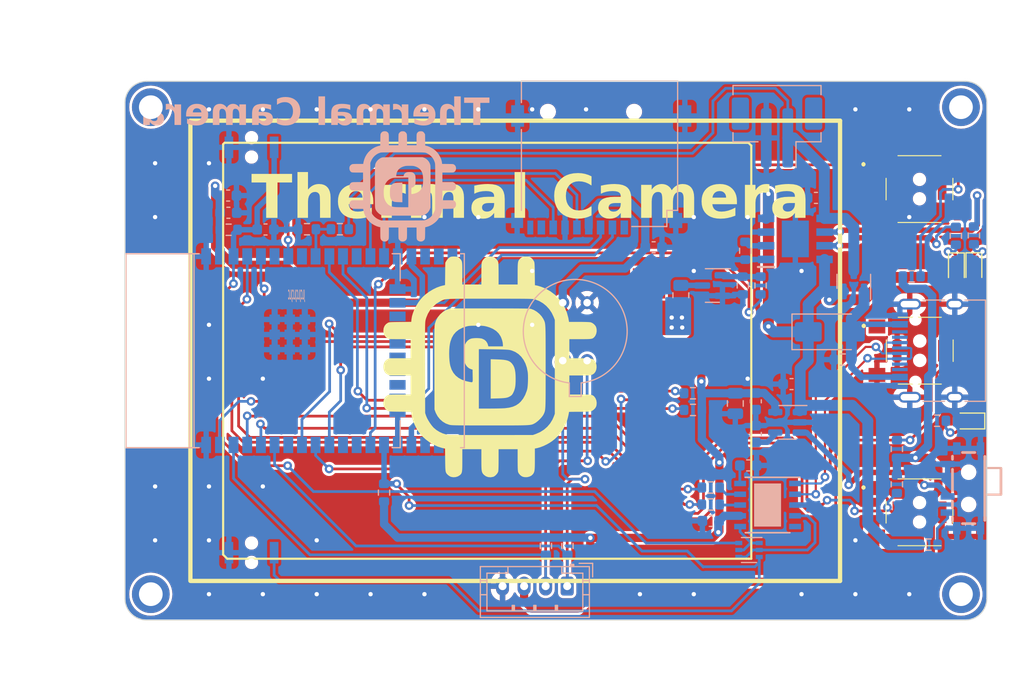
<source format=kicad_pcb>
(kicad_pcb (version 20221018) (generator pcbnew)
  (layers (0 "F.Cu" signal) (31 "B.Cu" signal) (34 "B.Paste" user) (35 "F.Paste" user) (36 "B.SilkS" user "B.Silkscreen") (37 "F.SilkS" user "F.Silkscreen") (38 "B.Mask" user) (39 "F.Mask" user) (44 "Edge.Cuts" user))
  (net 0 "")
  (net 1 "VBUS")
  (net 2 "GND")
  (net 3 "Net-(U3-BP)")
  (net 4 "+3V3")
  (net 5 "+BATT")
  (net 6 "Net-(U4-V3)")
  (net 7 "/EN")
  (net 8 "+5V")
  (net 9 "Net-(IC1-PROG)")
  (net 10 "Net-(IC1-~{STDBY})")
  (net 11 "Net-(IC1-~{CHRG})")
  (net 13 "/D+")
  (net 14 "/D-")
  (net 18 "/IO26")
  (net 19 "/IO18")
  (net 20 "/IO25")
  (net 21 "/IO5")
  (net 22 "/IO23")
  (net 23 "/IO19")
  (net 24 "/LEDK")
  (net 29 "/IO21")
  (net 30 "/IO22")
  (net 31 "Net-(LED1-A)")
  (net 32 "Net-(LED2-K)")
  (net 33 "Net-(LED3-K)")
  (net 34 "Net-(Q1-E)")
  (net 35 "Net-(Q1-C)")
  (net 36 "/ADC_BAT")
  (net 37 "/LDO_H")
  (net 38 "/TX")
  (net 39 "Net-(U4-RXD)")
  (net 40 "/RX")
  (net 41 "Net-(U4-TXD)")
  (net 42 "/IO0")
  (net 43 "/IO4")
  (net 44 "/IO35")
  (net 45 "/IO36")
  (net 46 "/IO39")
  (net 48 "/IO15")
  (net 49 "/IO13")
  (net 50 "/IO14")
  (net 51 "/IO12")
  (net 54 "LDO_EN")
  (net 55 "/DTR")
  (net 57 "/RTS")
  (net 59 "/IO34")
  (net 60 "/IO32")
  (net 61 "/IO27")
  (net 62 "/IO2")
  (footprint "lib:PTS645SL43SMTR92LFS" (layer "F.Cu") (at 190.3 62.0225)
    (fp_text reference "SW2" hide)
    (fp_text value "SW_SPST" hide)
  )
  (footprint "2_4_LCD:24LCDILI9341" (layer "F.Cu") (at 165.194 70.8345 180)
    (fp_text reference "J3" hide)
    (fp_text value "Conn_01x18_Socket" hide)
  )
  (footprint "3x4x2:Tactile 3x4x2mm TS-A010" (layer "F.Cu") (at 190.3 92.0225)
    (fp_text reference "SW6" hide)
    (fp_text value "TS-1088R-02526 ")
  )
  (footprint "MountingHole:MountingHole_2.2mm_M2_ISO7380_Pad" (layer "F.Cu") (at 118.95 99.6225)
    (fp_text reference "H3" hide)
    (fp_text value "MountingHole")
  )
  (footprint "LED_SMD:LED_0603_1608Metric" (layer "F.Cu") (at 195.35 69.4225 -90)
    (fp_text reference "LED3" hide)
    (fp_text value "CHG")
  )
  (footprint "MountingHole:MountingHole_2.2mm_M2_ISO7380_Pad" (layer "F.Cu") (at 194.15 54.4225)
    (fp_text reference "H1" hide)
    (fp_text value "MountingHole")
  )
  (footprint "MountingHole:MountingHole_2.2mm_M2_ISO7380_Pad" (layer "F.Cu") (at 194.15 99.6225)
    (fp_text reference "H4" hide)
    (fp_text value "MountingHole")
  )
  (footprint "MountingHole:MountingHole_2.2mm_M2_ISO7380_Pad" (layer "F.Cu") (at 118.95 54.4225)
    (fp_text reference "H2" hide)
    (fp_text value "MountingHole")
  )
  (footprint "LED_SMD:LED_0603_1608Metric" (layer "F.Cu") (at 194.875 83.5475 180)
    (fp_text reference "LED1" hide)
    (fp_text value "POW_LED")
  )
  (footprint "lib:PTS645SL43SMTR92LFS" (layer "F.Cu") (at 190.325 77.0225)
    (fp_text reference "SW2" hide)
    (fp_text value "SW_SPST" hide)
  )
  (footprint "lib:PTS645SL43SMTR92LFS" (layer "F.Cu") (at 190.3 92.0225)
    (fp_text reference "SW2" hide)
    (fp_text value "SW_SPST" hide)
  )
  (footprint "LED_SMD:LED_0603_1608Metric" (layer "F.Cu") (at 193.725 69.435 -90)
    (fp_text reference "LED2" hide)
    (fp_text value "CHG")
  )
  (footprint "3x4x2:Tactile 3x4x2mm TS-A010" (layer "F.Cu") (at 190.3 62.0225 180)
    (fp_text reference "SW4" hide)
    (fp_text value "TS-1088R-02526 ")
  )
  (footprint "3x4x2:Tactile 3x4x2mm TS-A010" (layer "F.Cu") (at 190.325 77.0225 180)
    (fp_text reference "SW5" hide)
    (fp_text value "TS-1088R-02526 ")
  )
  (footprint "LOGO" (layer "F.Cu") (at 150.5 78.5225)
    (fp_text reference "G***" hide)
    (fp_text value "LOGO" hide)
  )
  (footprint "Capacitor_SMD:C_0603_1608Metric" (layer "B.Cu") (at 180.688 62.8425 180)
    (fp_text reference "C5" hide)
    (fp_text value "10uF")
  )
  (footprint "Espressif:ESP32-WROOM-32E" (layer "B.Cu") (at 131.1 77.0225 -90)
    (fp_text reference "U7" hide)
    (fp_text value "ESP32-WROOM-E")
  )
  (footprint "Resistor_SMD:R_0603_1608Metric" (layer "B.Cu") (at 188.2 86.1475 -90)
    (fp_text reference "R17" hide)
    (fp_text value "4.7k")
  )
  (footprint "Capacitor_SMD:C_0603_1608Metric" (layer "B.Cu") (at 129.6 65.7725)
    (fp_text reference "C10" hide)
    (fp_text value "0.1uf")
  )
  (footprint "Resistor_SMD:R_0603_1608Metric" (layer "B.Cu") (at 183.175 77.8475 180)
    (fp_text reference "U1" hide)
    (fp_text value "100K")
  )
  (footprint "LOGO" (layer "B.Cu") (at 142.3 61.7725 180)
    (fp_text reference "G***" hide)
    (fp_text value "LOGO" hide)
  )
  (footprint "Package_TO_SOT_SMD:SOT-363_SC-70-6" (layer "B.Cu") (at 174.475 95.5225 180)
    (fp_text reference "U5" hide)
    (fp_text value "DDC114TU-7-F")
  )
  (footprint "Connector_JST:JST_PH_B4B-PH-K_1x04_P2.00mm_Vertical" (layer "B.Cu") (at 157.6 98.8725 180)
    (fp_text reference "J4" hide)
    (fp_text value "Stemma")
  )
  (footprint "Resistor_SMD:R_0603_1608Metric" (layer "B.Cu") (at 175.55 70.9725 -90)
    (fp_text reference "R13" hide)
    (fp_text value "1k")
  )
  (footprint "3x4x2:Tactile 3x4x2mm TS-A010" (layer "B.Cu") (at 128.3 95.7725 180)
    (fp_text reference "SW2" hide)
    (fp_text value "TS-1088R-02526 ")
  )
  (footprint "Connector_USB:USB_C_Receptacle_HRO_TYPE-C-31-M-12" (layer "B.Cu") (at 192.525 77.0225 -90)
    (fp_text reference "J1" hide)
    (fp_text value "USB_C_Receptacle_USB2.0")
  )
  (footprint "Resistor_SMD:R_0603_1608Metric" (layer "B.Cu") (at 173.9 70.9725 90)
    (fp_text reference "R14" hide)
    (fp_text value "10k")
  )
  (footprint "Resistor_SMD:R_0603_1608Metric" (layer "B.Cu") (at 155.625 95.1475 90)
    (fp_text reference "R19" hide)
    (fp_text value "4.7k")
  )
  (footprint "ESP32_TouchDown_lib:slide switch spdt" (layer "B.Cu") (at 194.4365 89.7975 -90)
    (fp_text reference "SW1" hide)
    (fp_text value "K3-1280S-F1 ")
  )
  (footprint "Resistor_SMD:R_0603_1608Metric" (layer "B.Cu") (at 133.45 65.7475 180)
    (fp_text reference "R5" hide)
    (fp_text value "100K")
  )
  (footprint "Capacitor_SMD:C_0603_1608Metric" (layer "B.Cu") (at 126.15 64.2225)
    (fp_text reference "C9" hide)
    (fp_text value "1uf")
  )
  (footprint "Resistor_SMD:R_0603_1608Metric" (layer "B.Cu") (at 126.175 65.7975 180)
    (fp_text reference "R9" hide)
    (fp_text value "10k")
  )
  (footprint "Resistor_SMD:R_0603_1608Metric" (layer "B.Cu") (at 169.275 80.9725)
    (fp_text reference "R12" hide)
    (fp_text value "10k")
  )
  (footprint "Capacitor_SMD:C_0603_1608Metric" (layer "B.Cu") (at 178.425 80.1225 180)
    (fp_text reference "C1" hide)
    (fp_text value "10u")
  )
  (footprint "Resistor_SMD:R_0603_1608Metric" (layer "B.Cu") (at 170.925 89.7225)
    (fp_text reference "R7" hide)
    (fp_text value "1K")
  )
  (footprint "Capacitor_SMD:C_0805_2012Metric" (layer "B.Cu") (at 173.205478 81.9225 -90)
    (fp_text reference "C3" hide)
    (fp_text value "2.2uF")
  )
  (footprint "Resistor_SMD:R_0603_1608Metric" (layer "B.Cu") (at 189.575 70.1225 180)
    (fp_text reference "R16" hide)
    (fp_text value "4.7k")
  )
  (footprint "tp4056:SOIC127P600X175-9N" (layer "B.Cu") (at 178.775 66.6475)
    (fp_text reference "IC1" hide)
    (fp_text value "TP4056" hide)
  )
  (footprint "Resistor_SMD:R_0603_1608Metric" (layer "B.Cu") (at 136.5 65.7475 180)
    (fp_text reference "R4" hide)
    (fp_text value "100K")
  )
  (footprint "Resistor_SMD:R_0603_1608Metric" (layer "B.Cu") (at 195.35 66.3225 90)
    (fp_text reference "R3" hide)
    (fp_text value "1.3K")
  )
  (footprint "Connector_JST:JST_PH_B2B-PH-SM4-TB_1x02-1MP_P2.00mm_Vertical" (layer "B.Cu") (at 177.075 56.7725 180)
    (fp_text reference "J2" hide)
    (fp_text value " B2B-PH-SM4-TB(LF)(SN) ")
  )
  (footprint "Resistor_SMD:R_0603_1608Metric" (layer "B.Cu") (at 191.15 95.0225)
    (fp_text reference "R6" hide)
    (fp_text value "100K")
  )
  (footprint "Capacitor_SMD:C_0603_1608Metric" (layer "B.Cu") (at 174.4 87.6725 180)
    (fp_text reference "C6" hide)
    (fp_text value "0.1uf")
  )
  (footprint "Package_TO_SOT_SMD:SOT-23" (layer "B.Cu") (at 184.2 70.585 90)
    (fp_text reference "U2" hide)
    (fp_text value "DMG3415U-7")
  )
  (footprint "Resistor_SMD:R_0603_1608Metric" (layer "B.Cu") (at 169.275 82.5225)
    (fp_text reference "R11" hide)
    (fp_text value "10k")
  )
  (footprint "3x4x2:Tactile 3x4x2mm TS-A010" (layer "B.Cu") (at 128.3 58.1475 180)
    (fp_text reference "SW3" hide)
    (fp_text value "TS-1088R-02526 ")
  )
  (footprint "Resistor_SMD:R_0603_1608Metric" (layer "B.Cu") (at 193.675 66.36 90)
    (fp_text reference "R2" hide)
    (fp_text value "1.3K")
  )
  (footprint "Capacitor_SMD:C_0603_1608Metric" (layer "B.Cu") (at 170.925 92.8225)
    (fp_text reference "C7" hide)
    (fp_text value "0.1UF")
  )
  (footprint "Resistor_SMD:R_0805_2012Metric" (layer "B.Cu") (at 168.15 71.8725 90)
    (fp_text reference "R15" hide)
    (fp_text value "10R")
  )
  (footprint "Espressif:ESP32-WROVER-E" (layer "B.Cu") (at 132.345 77.0225 -90)
    (fp_text reference "U6" hide)
    (fp_text value "ESP32-WROVER-E")
  )
  (footprint "Diode_SMD:D_SMA" (layer "B.Cu") (at 181.975 75.2725)
    (fp_text reference "D1" hide)
    (fp_text value "SS34")
  )
  (footprint "Package_TO_SOT_SMD:SOT-23" (layer "B.Cu") (at 171.075 70.9725 180)
    (fp_text reference "Q1" hide)
    (fp_text value "S8050")
  )
  (footprint "Resistor_SMD:R_0603_1608Metric" (layer "B.Cu") (at 170.925 91.2975)
    (fp_text reference "R8" hide)
    (fp_text value "1K")
  )
  (footprint "Resistor_SMD:R_0603_1608Metric" (layer "B.Cu") (at 188.2 89.4225 90)
    (fp_text reference "R18" hide)
    (fp_text value "4.7k")
  )
  (footprint "Resistor_SMD:R_0603_1608Metric" (layer "B.Cu") (at 191.925 83.5225 180)
    (fp_text reference "R1" hide)
    (fp_text value "470R")
  )
  (footprint "ch340k:ESSOP-10_3.9x4.9mm_P1.00mm" (layer "B.Cu") (at 176.2 91.3475 180)
    (fp_text reference "U4" hide)
    (fp_text value "ch340k")
  )
  (footprint "Capacitor_SMD:C_0603_1608Metric" (layer "B.Cu") (at 175.105478 84.7475 90)
    (fp_text reference "C2" hide)
    (fp_text value "470pF")
  )
  (footprint "MLX90640:MLX90640" (layer "B.Cu") (at 156.55 77.0225 45)
    (fp_text reference "U8" hide)
    (fp_text value "MLX90640")
  )
  (footprint "Resistor_SMD:R_0603_1608Metric" (layer "B.Cu") (at 174.125 67.7475 -90)
    (fp_text reference "Rprog1" hide)
    (fp_text value "3.3K")
  )
  (footprint "Capacitor_SMD:C_0603_1608Metric" (layer "B.Cu") (at 175.105478 81.7225 -90)
    (fp_text reference "C4" hide)
    (fp_text value "10u")
  )
  (footprint "Resistor_SMD:R_0603_1608Metric" (layer "B.Cu") (at 140.6 90.1975 -90)
    (fp_text reference "R10" hide)
    (fp_text value "10k")
  )
  (footprint "Resistor_SMD:R_0603_1608Metric" (layer "B.Cu") (at 157.625 95.1475 90)
    (fp_text reference "R20" hide)
    (fp_text value "4.7k")
  )
  (footprint "Package_TO_SOT_SMD:SOT-23-5" (layer "B.Cu") (at 178.05 83.6725 180)
    (fp_text reference "U3" hide)
    (fp_text value "MIC5219-3.3YM5")
  )
  (footprint "Capacitor_SMD:C_0603_1608Metric" (layer "B.Cu") (at 126.125 62.6225)
    (fp_text reference "C8" hide)
    (fp_text value "10uf")
  )
  (footprint "Capacitor_SMD:C_0603_1608Metric" (layer "B.Cu") (at 165.625 67.4225)
    (fp_text reference "C11" hide)
    (fp_text value "0.1uf")
  )
  (footprint "2_4_LCD:microSD_TF-01A-C91145" (layer "B.Cu") (at 160.1 58.7475)
    (fp_text reference "SD1" hide)
    (fp_text value "microSD_TF-01A")
  )
  (gr_arc (start 194.55 52.0225) (mid 195.964214 52.608286) (end 196.55 54.0225) (stroke (width 0.1)) (layer "Edge.Cuts"))
  (gr_line (start 194.55 102.0225) (end 118.55 102.0225) (stroke (width 0.1)) (layer "Edge.Cuts"))
  (gr_arc (start 116.55 54.0225) (mid 117.135786 52.608286) (end 118.55 52.0225) (stroke (width 0.1)) (layer "Edge.Cuts"))
  (gr_line (start 118.55 52.0225) (end 194.55 52.0225) (stroke (width 0.1)) (layer "Edge.Cuts"))
  (gr_arc (start 196.55 100.0225) (mid 195.964214 101.436714) (end 194.55 102.0225) (stroke (width 0.1)) (layer "Edge.Cuts"))
  (gr_line (start 196.55 54.0225) (end 196.55 100.0225) (stroke (width 0.1)) (layer "Edge.Cuts"))
  (gr_arc (start 118.55 102.0225) (mid 117.135786 101.436714) (end 116.55 100.0225) (stroke (width 0.1)) (layer "Edge.Cuts"))
  (gr_line (start 116.55 100.0225) (end 116.55 54.0225) (stroke (width 0.1)) (layer "Edge.Cuts"))
  (gr_text "Thermal Camera" (at 150.4 56.4975) (layer "B.SilkS") (effects (font (size 2.5 2.5) (thickness 0.2) bold) (justify left bottom mirror)))
  (gr_text "JLCJLCJLCJLC" (at 133.25 72.4225) (layer "B.SilkS") (effects (font (size 0.9 0.16) (thickness 0.032) bold) (justify left bottom mirror)))
  (gr_text "Thermal Camera" (at 128.275 65.3725) (layer "F.SilkS") (effects (font (size 4 4) (thickness 0.2) bold) (justify left bottom)))
  (segment (start 195.3375 70.2225) (end 195.35 70.21) (width 1.016) (layer "F.Cu") (net 1))
  (segment (start 187.25 70.2225) (end 193.725 70.2225) (width 1.016) (layer "F.Cu") (net 1))
  (segment (start 193.725 70.2225) (end 195.3375 70.2225) (width 1.016) (layer "F.Cu") (net 1))
  (segment (start 185.175 72.2975) (end 187.25 70.2225) (width 1.016) (layer "F.Cu") (net 1))
  (segment (start 176.275 74.7725) (end 176.275 62.4725) (width 1.016) (layer "F.Cu") (net 1))
  (segment (start 181.925 72.2975) (end 185.175 72.2975) (width 1.016) (layer "F.Cu") (net 1))
  (via (at 176.275 74.7725) (size 0.8) (drill 0.4) (layers "F.Cu" "B.Cu") (net 1))
  (via (at 176.275 62.4725) (size 0.8) (drill 0.4) (layers "F.Cu" "B.Cu") (net 1))
  (via (at 181.925 72.2975) (size 0.8) (drill 0.4) (layers "F.Cu" "B.Cu") (net 1))
  (segment (start 182.7 71.5225) (end 181.925 72.2975) (width 1.016) (layer "B.Cu") (net 1))
  (segment (start 183.25 71.5225) (end 182.7 71.5225) (width 1.016) (layer "B.Cu") (net 1))
  (segment (start 179.975 75.2725) (end 179.975 77.9225) (width 1.016) (layer "B.Cu") (net 1))
  (segment (start 179.975 75.2725) (end 176.775 75.2725) (width 1.016) (layer "B.Cu") (net 1))
  (segment (start 176.275 62.4725) (end 176.275 64.5305) (width 1.016) (layer "B.Cu") (net 1))
  (segment (start 185.5 83.5475) (end 185.5 93.0725) (width 1.016) (layer "B.Cu") (net 1))
  (segment (start 184.05 82.0975) (end 185.5 83.5475) (width 1.016) (layer "B.Cu") (net 1))
  (segment (start 179.1875 82.585) (end 179.675 82.0975) (width 1.016) (layer "B.Cu") (net 1))
  (segment (start 179.975 77.9225) (end 179.225 78.6725) (width 1.016) (layer "B.Cu") (net 1))
  (segment (start 179.975 72.7225) (end 180.0375 72.66) (width 1.016) (layer "B.Cu") (net 1))
  (segment (start 176.775 75.2725) (end 176.275 74.7725) (width 1.016) (layer "B.Cu") (net 1))
  (segment (start 176.275 64.5305) (end 176.063 64.7425) (width 1.016) (layer "B.Cu") (net 1))
  (segment (start 179.225 78.6725) (end 179.225 82.5475) (width 1.016) (layer "B.Cu") (net 1))
  (segment (start 181.487 71.2105) (end 179.975 72.7225) (width 1.016) (layer "B.Cu") (net 1))
  (segment (start 180.0375 72.66) (end 181.175 71.5225) (width 1.016) (layer "B.Cu") (net 1))
  (segment (start 179.675 82.0975) (end 184.05 82.0975) (width 1.016) (layer "B.Cu") (net 1))
  (segment (start 179.225 82.5475) (end 179.1875 82.585) (width 1.016) (layer "B.Cu") (net 1))
  (segment (start 179.975 75.2725) (end 179.975 72.7225) (width 1.016) (layer "B.Cu") (net 1))
  (segment (start 187.45 95.0225) (end 190.325 95.0225) (width 1.016) (layer "B.Cu") (net 1))
  (segment (start 181.487 68.5525) (end 181.487 71.2105) (width 1.016) (layer "B.Cu") (net 1))
  (segment (start 185.5 93.0725) (end 187.45 95.0225) (width 1.016) (layer "B.Cu") (net 1))
  (segment (start 181.175 71.5225) (end 183.25 71.5225) (width 1.016) (layer "B.Cu") (net 1))
  (via (at 119.35 94.6225) (size 0.8) (drill 0.4) (layers "F.Cu" "B.Cu") (net 2))
  (via (at 179.35 99.6225) (size 0.8) (drill 0.4) (layers "F.Cu" "B.Cu") (net 2))
  (via (at 119.35 59.6225) (size 0.8) (drill 0.4) (layers "F.Cu" "B.Cu") (net 2))
  (via (at 159.35 54.6225) (size 0.8) (drill 0.4) (layers "F.Cu" "B.Cu") (net 2))
  (via (at 129.35 99.6225) (size 0.8) (drill 0.4) (layers "F.Cu" "B.Cu") (net 2))
  (via (at 134.35 94.6225) (size 0.8) (drill 0.4) (layers "F.Cu" "B.Cu") (net 2))
  (via (at 124.35 94.6225) (size 0.8) (drill 0.4) (layers "F.Cu" "B.Cu") (net 2))
  (via (at 139.35 54.6225) (size 0.8) (drill 0.4) (layers "F.Cu" "B.Cu") (net 2))
  (via (at 124.35 99.6225) (size 0.8) (drill 0.4) (layers "F.Cu" "B.Cu") (net 2))
  (via (at 119.35 89.6225) (size 0.8) (drill 0.4) (layers "F.Cu" "B.Cu") (net 2))
  (via (at 144.35 54.6225) (size 0.8) (drill 0.4) (layers "F.Cu" "B.Cu") (net 2))
  (via (at 169.35 99.6225) (size 0.8) (drill 0.4) (layers "F.Cu" "B.Cu") (net 2))
  (via (at 149.35 74.6225) (size 0.8) (drill 0.4) (layers "F.Cu" "B.Cu") (net 2))
  (via (at 174.35 64.6225) (size 0.8) (drill 0.4) (layers "F.Cu" "B.Cu") (net 2))
  (via (at 154.35 69.6225) (size 0.8) (drill 0.4) (layers "F.Cu" "B.Cu") (net 2))
  (via (at 129.35 54.6225) (size 0.8) (drill 0.4) (layers "F.Cu" "B.Cu") (net 2))
  (via (at 144.35 64.6225) (size 0.8) (drill 0.4) (layers "F.Cu" "B.Cu") (net 2))
  (via (at 139.35 99.6225) (size 0.8) (drill 0.4) (layers "F.Cu" "B.Cu") (net 2))
  (via (at 124.35 59.6225) (size 0.8) (drill 0.4) (layers "F.Cu" "B.Cu") (net 2))
  (via (at 119.35 64.6225) (size 0.8) (drill 0.4) (layers "F.Cu" "B.Cu") (net 2))
  (via (at 184.35 54.6225) (size 0.8) (drill 0.4) (layers "F.Cu" "B.Cu") (net 2))
  (via (at 129.35 89.6225) (size 0.8) (drill 0.4) (layers "F.Cu" "B.Cu") (net 2))
  (via (at 124.35 79.6225) (size 0.8) (drill 0.4) (layers "F.Cu" "B.Cu") (net 2))
  (via (at 149.35 54.6225) (size 0.8) (drill 0.4) (layers "F.Cu" "B.Cu") (net 2))
  (via (at 169.35 69.6225) (size 0.8) (drill 0.4) (layers "F.Cu" "B.Cu") (net 2))
  (via (at 154.35 54.6225) (size 0.8) (drill 0.4) (layers "F.Cu" "B.Cu") (net 2))
  (via (at 184.35 99.6225) (size 0.8) (drill 0.4) (layers "F.Cu" "B.Cu") (net 2))
  (via (at 124.35 54.6225) (size 0.8) (drill 0.4) (layers "F.Cu" "B.Cu") (net 2))
  (via (at 134.35 54.6225) (size 0.8) (drill 0.4) (layers "F.Cu" "B.Cu") (net 2))
  (via (at 154.35 74.6225) (size 0.8) (drill 0.4) (layers "F.Cu" "B.Cu") (net 2))
  (via (at 184.35 94.6225) (size 0.8) (drill 0.4) (layers "F.Cu" "B.Cu") (net 2))
  (via (at 189.35 54.6225) (size 0.8) (drill 0.4) (layers "F.Cu" "B.Cu") (net 2))
  (via (at 144.35 99.6225) (size 0.8) (drill 0.4) (layers "F.Cu" "B.Cu") (net 2))
  (via (at 164.35 99.6225) (size 0.8) (drill 0.4) (layers "F.Cu" "B.Cu") (net 2))
  (via (at 169.35 64.6225) (size 0.8) (drill 0.4) (layers "F.Cu" "B.Cu") (net 2))
  (via (at 189.35 99.6225) (size 0.8) (drill 0.4) (layers "F.Cu" "B.Cu") (net 2))
  (via (at 124.35 74.6225) (size 0.8) (drill 0.4) (layers "F.Cu" "B.Cu") (net 2))
  (via (at 124.35 89.6225) (size 0.8) (drill 0.4) (layers "F.Cu" "B.Cu") (net 2))
  (via (at 189.35 64.6225) (size 0.8) (drill 0.4) (layers "F.Cu" "B.Cu") (net 2))
  (via (at 134.35 99.6225) (size 0.8) (drill 0.4) (layers "F.Cu" "B.Cu") (net 2))
  (via (at 149.35 64.6225) (size 0.8) (drill 0.4) (layers "F.Cu" "B.Cu") (net 2))
  (via (at 179.35 69.6225) (size 0.8) (drill 0.4) (layers "F.Cu" "B.Cu") (net 2))
  (via (at 174.35 79.6225) (size 0.8) (drill 0.4) (layers "F.Cu" "B.Cu") (net 2))
  (via (at 129.35 79.6225) (size 0.8) (drill 0.4) (layers "F.Cu" "B.Cu") (net 2))
  (segment (start 176.175 85.5225) (end 175.105478 85.5225) (width 0.508) (layer "B.Cu") (net 3))
  (segment (start 176.9125 84.785) (end 176.175 85.5225) (width 0.508) (layer "B.Cu") (net 3))
  (segment (start 176.9125 84.6225) (end 176.9125 84.785) (width 0.508) (layer "B.Cu") (net 3))
  (segment (start 165.194 75.9785) (end 165.194 76.4475) (width 0.762) (layer "F.Cu") (net 4))
  (segment (start 124.925 67.3725) (end 126.6 69.0475) (width 0.762) (layer "F.Cu") (net 4))
  (segment (start 171.625 93.8725) (end 171.1 94.3975) (width 0.762) (layer "F.Cu") (net 4))
  (segment (start 131.375 69.0475) (end 134.895227 72.567727) (width 0.762) (layer "F.Cu") (net 4))
  (segment (start 192.05 88.0225) (end 191 86.9725) (width 0.762) (layer "F.Cu") (net 4))
  (segment (start 170.05 78.1475) (end 170.05 79.8725) (width 0.762) (layer "F.Cu") (net 4))
  (segment (start 171.1 94.3975) (end 159.75 94.3975) (width 0.762) (layer "F.Cu") (net 4))
  (segment (start 159.75 99.7475) (end 158.55 100.9475) (width 0.762) (layer "F.Cu") (net 4))
  (segment (start 165.194 76.4475) (end 165.119 76.3725) (width 0.762) (layer "F.Cu") (net 4))
  (segment (start 154.325 100.9475) (end 153.6 100.2225) (width 0.762) (layer "F.Cu") (net 4))
  (segment (start 165.269 76.3725) (end 168.275 76.3725) (width 0.762) (layer "F.Cu") (net 4))
  (segment (start 157.186396 73.258896) (end 157.186396 72.567727) (width 0.762) (layer "F.Cu") (net 4))
  (segment (start 160.775 98.4725) (end 190.25 98.4725) (width 0.762) (layer "F.Cu") (net 4))
  (segment (start 171.725 87.3975) (end 171.725 93.7725) (width 0.762) (layer "F.Cu") (net 4))
  (segment (start 168.275 76.3725) (end 170.05 78.1475) (width 0.762) (layer "F.Cu") (net 4))
  (segment (start 161.025 74.2225) (end 158.15 74.2225) (width 0.762) (layer "F.Cu") (net 4))
  (segment (start 153.6 100.2225) (end 153.6 98.8725) (width 0.762) (layer "F.Cu") (net 4))
  (segment (start 163.175 76.3725) (end 161.025 74.2225) (width 0.762) (layer "F.Cu") (net 4))
  (segment (start 159.75 94.3975) (end 159.75 97.4475) (width 0.762) (layer "F.Cu") (net 4))
  (segment (start 171.725 93.7725) (end 171.625 93.8725) (width 0.762) (layer "F.Cu") (net 4))
  (segment (start 124.925 61.7225) (end 124.925 67.3725) (width 0.762) (layer "F.Cu") (net 4))
  (segment (start 134.895227 72.567727) (end 157.186396 72.567727) (width 0.762) (layer "F.Cu") (net 4))
  (segment (start 190.25 98.4725) (end 191.35 97.3725) (width 0.762) (layer "F.Cu") (net 4))
  (segment (start 191.35 90.7645) (end 192.05 90.0645) (width 0.762) (layer "F.Cu") (net 4))
  (segment (start 159.75 94.3975) (end 159.75 99.7475) (width 0.762) (layer "F.Cu") (net 4))
  (segment (start 192.05 90.0645) (end 192.05 88.0225) (width 0.762) (layer "F.Cu") (net 4))
  (segment (start 165.194 76.4475) (end 165.194 76.7785) (width 0.762) (layer "F.Cu") (net 4))
  (segment (start 191.35 97.3725) (end 191.35 90.7645) (width 0.762) (layer "F.Cu") (net 4))
  (segment (start 191 86.9725) (end 189.925 86.9725) (width 0.762) (layer "F.Cu") (net 4))
  (segment (start 126.6 69.0475) (end 131.375 69.0475) (width 0.762) (layer "F.Cu") (net 4))
  (segment (start 165.119 76.3725) (end 163.175 76.3725) (width 0.762) (layer "F.Cu") (net 4))
  (segment (start 165.194 76.4475) (end 165.269 76.3725) (width 0.762) (layer "F.Cu") (net 4))
  (segment (start 159.75 97.4475) (end 160.775 98.4725) (width 0.762) (layer "F.Cu") (net 4))
  (segment (start 158.15 74.2225) (end 157.186396 73.258896) (width 0.762) (layer "F.Cu") (net 4))
  (segment (start 158.55 100.9475) (end 154.325 100.9475) (width 0.762) (layer "F.Cu") (net 4))
  (via (at 124.925 61.7225) (size 0.8) (drill 0.4) (layers "F.Cu" "B.Cu") (net 4))
  (via (at 171.625 93.8725) (size 0.8) (drill 0.4) (layers "F.Cu" "B.Cu") (net 4))
  (via (at 189.925 86.9725) (size 0.8) (drill 0.4) (layers "F.Cu" "B.Cu") (net 4))
  (via (at 159.75 94.3975) (size 0.8) (drill 0.4) (layers "F.Cu" "B.Cu") (net 4))
  (via (at 170.05 79.8725) (size 0.8) (drill 0.4) (layers "F.Cu" "B.Cu") (net 4))
  (via (at 171.725 87.3975) (size 0.8) (drill 0.4) (layers "F.Cu" "B.Cu") (net 4))
  (segment (start 171.725 86.8725) (end 171.725 87.3975) (width 0.762) (layer "B.Cu") (net 4))
  (segment (start 170.1 80.9725) (end 170.1 85.2475) (width 0.762) (layer "B.Cu") (net 4))
  (segment (start 125.36 65.8075) (end 125.35 65.7975) (width 0.762) (layer "B.Cu") (net 4))
  (segment (start 124.925 61.7225) (end 124.925 62.4725) (width 0.762) (layer "B.Cu") (net 4))
  (segment (start 173.65 92.3475) (end 172.175 92.3475) (width 0.762) (layer "B.Cu") (net 4))
  (segment (start 170.925 86.0725) (end 171.725 86.8725) (width 0.762) (layer "B.Cu") (net 4))
  (segment (start 175.105478 80.9475) (end 175.875 80.9475) (width 0.762) (layer "B.Cu") (net 4))
  (segment (start 125.36 68.2725) (end 125.36 65.8075) (width 0.762) (layer "B.Cu") (net 4))
  (segment (start 164.85 67.5225) (end 164.85 64.6975) (width 0.762) (layer "B.Cu") (net 4))
  (segment (start 159.725 94.3725) (end 141.85 94.3725) (width 0.762) (layer "B.Cu") (net 4))
  (segment (start 164.85 64.6975) (end 163.425 63.2725) (width 0.762) (layer "B.Cu") (net 4))
  (segment (start 191.1 85.7975) (end 191.1 83.5225) (width 0.762) (layer "B.Cu") (net 4))
  (segment (start 159.75 94.3975) (end 159.725 94.3725) (width 0.762) (layer "B.Cu") (net 4))
  (segment (start 159.6 64.2725) (end 159.6 65.5875) (width 0.762) (layer "B.Cu") (net 4))
  (segment (start 191.475 79.0475) (end 191.475 71.9225) (width 0.762) (layer "B.Cu") (net 4))
  (segment (start 191.475 71.9225) (end 190.825 71.2725) (width 0.762) (layer "B.Cu") (net 4))
  (segment (start 190.825 71.2725) (end 189.175 71.2725) (width 0.762) (layer "B.Cu") (net 4))
  (segment (start 170.1 85.2475) (end 170.925 86.0725) (width 0.762) (layer "B.Cu") (net 4))
  (segment (start 191.1 79.4225) (end 191.475 79.0475) (width 0.762) (layer "B.Cu") (net 4))
  (segment (start 171.625 93.8725) (end 171.625 92.8975) (width 0.762) (layer "B.Cu") (net 4))
  (segment (start 188.2 88.5975) (end 188.2 86.9725) (width 0.762) (layer "B.Cu") (net 4))
  (segment (start 157.186396 71.186104) (end 158.975 69.3975) (width 0.762) (layer "B.Cu") (net 4))
  (segment (start 157.186396 72.567727) (end 157.186396 71.186104) (width 0.762) (layer "B.Cu") (net 4))
  (segment (start 124.925 62.4725) (end 125.35 62.8975) (width 0.762) (layer "B.Cu") (net 4))
  (segment (start 158.975 69.3975) (end 162.975 69.3975) (width 0.762) (layer "B.Cu") (net 4))
  (segment (start 141.85 94.3725) (end 140.6 93.1225) (width 0.762) (layer "B.Cu") (net 4))
  (segment (start 163.425 63.2725) (end 160.6 63.2725) (width 0.762) (layer "B.Cu") (net 4))
  (segment (start 175.080478 80.9725) (end 175.105478 80.9475) (width 0.762) (layer "B.Cu") (net 4))
  (segment (start 162.975 69.3975) (end 164.85 67.5225) (width 0.762) (layer "B.Cu") (net 4))
  (segment (start 140.6 93.1225) (end 140.6 91.0225) (width 0.762) (layer "B.Cu") (net 4))
  (segment (start 170.1 80.9725) (end 170.1 82.3975) (width 0.762) (layer "B.Cu") (net 4))
  (segment (start 188.75 70.8475) (end 188.75 70.1225) (width 0.762) (layer "B.Cu") (net 4))
  (segment (start 170.1 80.9725) (end 175.080478 80.9725) (width 0.762) (layer "B.Cu") (net 4))
  (segment (start 171.625 92.8975) (end 171.7 92.8225) (width 0.762) (layer "B.Cu") (net 4))
  (segment (start 191.1 83.5225) (end 191.1 79.4225) (width 0.762) (layer "B.Cu") (net 4))
  (segment (start 170.05 79.8725) (end 170.05 80.9225) (width 0.762) (layer "B.Cu") (net 4))
  (segment (start 172.175 92.3475) (end 171.7 92.8225) (width 0.762) (layer "B.Cu") (net 4))
  (segment (start 160.6 63.2725) (end 159.6 64.2725) (width 0.762) (layer "B.Cu") (net 4))
  (segment (start 125.35 62.8975) (end 125.35 64.3475) (width 0.762) (layer "B.Cu") (net 4))
  (segment (start 176.9125 81.985) (end 176.9125 82.7225) (width 0.762) (layer "B.Cu") (net 4))
  (segment (start 170.05 80.9225) (end 170.1 80.9725) (width 0.762) (layer "B.Cu") (net 4))
  (segment (start 175.875 80.9475) (end 176.9125 81.985) (width 0.762) (layer "B.Cu") (net 4))
  (segment (start 189.925 86.9725) (end 191.1 85.7975) (width 0.762) (layer "B.Cu") (net 4))
  (segment (start 188.2 86.9725) (end 189.925 86.9725) (width 0.762) (layer "B.Cu") (net 4))
  (segment (start 189.175 71.2725) (end 188.75 70.8475) (width 0.762) (layer "B.Cu") (net 4))
  (segment (start 125.35 64.3475) (end 125.35 65.7975) (width 0.762) (layer "B.Cu") (net 4))
  (segment (start 181.463 62.8425) (end 181.463 64.7185) (width 1.016) (layer "B.Cu") (net 5))
  (segment (start 178.075 57.2725) (end 178.625 57.2725) (width 1.016) (layer "B.Cu") (net 5))
  (segment (start 181.463 64.7185) (end 181.487 64.7425) (width 1.016) (layer "B.Cu") (net 5))
  (segment (start 171.125 56.7975) (end 171.125 53.8475) (width 0.254) (layer "B.Cu") (net 5))
  (segment (start 178.625 57.2725) (end 181.463 60.1105) (width 1.016) (layer "B.Cu") (net 5))
  (segment (start 178.075 53.8225) (end 178.075 57.2725) (width 0.254) (layer "B.Cu") (net 5))
  (segment (start 137.325 62.9475) (end 141.575 58.6975) (width 0.254) (layer "B.Cu") (net 5))
  (segment (start 141.575 58.6975) (end 169.225 58.6975) (width 0.254) (layer "B.Cu") (net 5))
  (segment (start 181.463 60.1105) (end 181.463 62.8425) (width 1.016) (layer "B.Cu") (net 5))
  (segment (start 172.3 52.6725) (end 176.925 52.6725) (width 0.254) (layer "B.Cu") (net 5))
  (segment (start 169.225 58.6975) (end 171.125 56.7975) (width 0.254) (layer "B.Cu") (net 5))
  (segment (start 171.125 53.8475) (end 172.3 52.6725) (width 0.254) (layer "B.Cu") (net 5))
  (segment (start 176.925 52.6725) (end 178.075 53.8225) (width 0.254) (layer "B.Cu") (net 5))
  (segment (start 181.487 64.7425) (end 183.395 64.7425) (width 1.016) (layer "B.Cu") (net 5))
  (segment (start 184.2 65.5475) (end 184.2 69.6475) (width 1.016) (layer "B.Cu") (net 5))
  (segment (start 137.325 65.7475) (end 137.325 62.9475) (width 0.254) (layer "B.Cu") (net 5))
  (segment (start 183.395 64.7425) (end 184.2 65.5475) (width 1.016) (layer "B.Cu") (net 5))
  (segment (start 173.625 87.6725) (end 173.625 89.3225) (width 0.254) (layer "B.Cu") (net 6))
  (segment (start 173.625 89.3225) (end 173.65 89.3475) (width 0.254) (layer "B.Cu") (net 6))
  (segment (start 131.65 87.6975) (end 127.9 87.6975) (width 0.254) (layer "F.Cu") (net 7))
  (segment (start 127.9 87.6975) (end 125.6 85.3975) (width 0.254) (layer "F.Cu") (net 7))
  (segment (start 125.6 85.3975) (end 125.6 71.8225) (width 0.254) (layer "F.Cu") (net 7))
  (segment (start 125.6 71.8225) (end 126.625 70.7975) (width 0.254) (layer "F.Cu") (net 7))
  (via (at 126.625 70.7975) (size 0.8) (drill 0.4) (layers "F.Cu" "B.Cu") (net 7))
  (via (at 131.65 87.6975) (size 0.8) (drill 0.4) (layers "F.Cu" "B.Cu") (net 7))
  (segment (start 128.825 65.7725) (end 128.825 63.7975) (width 0.508) (layer "B.Cu") (net 7))
  (segment (start 128.8 65.7975) (end 128.825 65.7725) (width 0.508) (layer "B.Cu") (net 7))
  (segment (start 128.825 63.7975) (end 130.4 62.2225) (width 0.508) (layer "B.Cu") (net 7))
  (segment (start 134.052 90.0995) (end 160.152 90.0995) (width 0.254) (layer "B.Cu") (net 7))
  (segment (start 126.63 66.1675) (end 127 65.7975) (width 0.508) (layer "B.Cu") (net 7))
  (segment (start 130.4 62.2225) (end 130.4 58.1475) (width 0.508) (layer "B.Cu") (net 7))
  (segment (start 164.925 94.8725) (end 173.525 94.8725) (width 0.254) (layer "B.Cu") (net 7))
  (segment (start 126.625 68.2775) (end 126.63 68.2725) (width 0.254) (layer "B.Cu") (net 7))
  (segment (start 131.65 87.6975) (end 134.052 90.0995) (width 0.254) (layer "B.Cu") (net 7))
  (segment (start 126.63 68.2725) (end 126.63 66.1675) (width 0.508) (layer "B.Cu") (net 7))
  (segment (start 127 65.7975) (end 128.8 65.7975) (width 0.508) (layer "B.Cu") (net 7))
  (segment (start 160.152 90.0995) (end 164.925 94.8725) (width 0.254) (layer "B.Cu") (net 7))
  (segment (start 126.625 70.7975) (end 126.625 68.2775) (width 0.254) (layer "B.Cu") (net 7))
  (segment (start 183.975 75.2725) (end 183.975 77.8225) (width 1.016) (layer "B.Cu") (net 8))
  (segment (start 184.925 79.4725) (end 184 78.5475) (width 0.635) (layer "B.Cu") (net 8))
  (segment (start 184 78.5475) (end 184 77.8475) (width 0.635) (layer "B.Cu") (net 8))
  (segment (start 185.15 72.8725) (end 183.975 74.0475) (width 1.016) (layer "B.Cu") (net 8))
  (segment (start 188.48 74.5725) (end 184.675 74.5725) (width 0.508) (layer "B.Cu") (net 8))
  (segment (start 188.48 79.4725) (end 184.925 79.4725) (width 0.508) (layer "B.Cu") (net 8))
  (segment (start 183.975 77.8225) (end 184 77.8475) (width 0.508) (layer "B.Cu") (net 8))
  (segment (start 183.975 74.0475) (end 183.975 75.2725) (width 1.016) (layer "B.Cu") (net 8))
  (segment (start 184.675 74.5725) (end 183.975 75.2725) (width 0.635) (layer "B.Cu") (net 8))
  (segment (start 185.15 71.5225) (end 185.15 72.8725) (width 1.016) (layer "B.Cu") (net 8))
  (segment (start 183.975 75.2725) (end 183.975 77.4225) (width 0.635) (layer "B.Cu") (net 8))
  (segment (start 174.485 67.2825) (end 174.125 66.9225) (width 0.508) (layer "B.Cu") (net 9))
  (segment (start 176.063 67.2825) (end 174.485 67.2825) (width 0.508) (layer "B.Cu") (net 9))
  (segment (start 195.65 65.3475) (end 195.65 62.6225) (width 0.508) (layer "F.Cu") (net 10))
  (segment (start 182.9 65.9725) (end 183.033 65.8395) (width 0.508) (layer "F.Cu") (net 10))
  (segment (start 195.504 65.4935) (end 195.65 65.3475) (width 0.508) (layer "F.Cu") (net 10))
  (segment (start 195.158 65.8395) (end 195.504 65.4935) (width 0.508) (layer "F.Cu") (net 10))
  (segment (start 183.033 65.8395) (end 195.158 65.8395) (width 0.508) (layer "F.Cu") (net 10))
  (via (at 182.9 65.9725) (size 0.8) (drill 0.4) (layers "F.Cu" "B.Cu") (net 10))
  (via (at 195.65 62.6225) (size 0.8) (drill 0.4) (layers "F.Cu" "B.Cu") (net 10))
  (segment (start 195.65 62.6225) (end 195.65 65.1975) (width 0.508) (layer "B.Cu") (net 10))
  (segment (start 195.65 65.1975) (end 195.35 65.4975) (width 0.508) (layer "B.Cu") (net 10))
  (segment (start 181.487 66.0125) (end 182.86 66.0125) (width 0.508) (layer "B.Cu") (net 10))
  (segment (start 182.86 66.0125) (end 182.9 65.9725) (width 0.508) (layer "B.Cu") (net 10))
  (segment (start 183.9 67.2725) (end 182.825 67.2725) (width 0.508) (layer "F.Cu") (net 11))
  (segment (start 191.875 67.1225) (end 191.3 66.5475) (width 0.508) (layer "F.Cu") (net 11))
  (segment (start 184.625 66.5475) (end 183.9 67.2725) (width 0.508) (layer "F.Cu") (net 11))
  (segment (start 191.3 66.5475) (end 184.625 66.5475) (width 0.508) (layer "F.Cu") (net 11))
  (via (at 191.875 67.1225) (size 0.8) (drill 0.4) (layers "F.Cu" "B.Cu") (net 11))
  (via (at 182.825 67.2725) (size 0.8) (drill 0.4) (layers "F.Cu" "B.Cu") (net 11))
  (segment (start 191.875 66.3975) (end 192.7375 65.535) (width 0.254) (layer "B.Cu") (net 11))
  (segment (start 182.815 67.2825) (end 182.825 67.2725) (width 0.508) (layer "B.Cu") (net 11))
  (segment (start 192.7375 65.535) (end 193.675 65.535) (width 0.254) (layer "B.Cu") (net 11))
  (segment (start 191.875 67.1225) (end 191.875 66.3975) (width 0.254) (layer "B.Cu") (net 11))
  (segment (start 181.487 67.2825) (end 182.815 67.2825) (width 0.508) (layer "B.Cu") (net 11))
  (segment (start 181.525 81.6725) (end 181.525 88.7475) (width 0.2) (layer "F.Cu") (net 13))
  (segment (start 185.478516 77.718984) (end 181.525 81.6725) (width 0.2) (layer "F.Cu") (net 13))
  (via (at 185.478516 77.718984) (size 0.8) (drill 0.4) (layers "F.Cu" "B.Cu") (net 13))
  (via (at 181.525 88.7475) (size 0.8) (drill 0.4) (layers "F.Cu" "B.Cu") (net 13))
  (segment (start 189.425 77.7725) (end 188.48 77.7725) (width 0.2) (layer "B.Cu") (net 13))
  (segment (start 181.525 88.7475) (end 181.525 88.9725) (width 0.2) (layer "B.Cu") (net 13))
  (segment (start 185.532032 77.7725) (end 188.48 77.7725) (width 0.2) (layer "B.Cu") (net 13))
  (segment (start 189.525 77.6725) (end 189.425 77.7725) (width 0.2) (layer "B.Cu") (net 13))
  (segment (start 189.525 76.8425) (end 189.525 77.6725) (width 0.2) (layer "B.Cu") (net 13))
  (segment (start 181.525 88.9725) (end 181.15 89.3475) (width 0.2) (layer "B.Cu") (net 13))
  (segment (start 189.455 76.7725) (end 189.525 76.8425) (width 0.2) (layer "B.Cu") (net 13))
  (segment (start 185.478516 77.718984) (end 185.532032 77.7725) (width 0.2) (layer "B.Cu") (net 13))
  (segment (start 181.15 89.3475) (end 178.75 89.3475) (width 0.2) (layer "B.Cu") (net 13))
  (segment (start 188.48 76.7725) (end 189.455 76.7725) (width 0.2) (layer "B.Cu") (net 13))
  (segment (start 180.675 81.2975) (end 180.675 90.3475) (width 0.2) (layer "F.Cu") (net 14))
  (segment (start 185.3 76.6725) (end 180.675 81.2975) (width 0.2) (layer "F.Cu") (net 14))
  (segment (start 186.25 76.6725) (end 185.3 76.6725) (width 0.2) (layer "F.Cu") (net 14))
  (via (at 186.25 76.6725) (size 0.8) (drill 0.4) (layers "F.Cu" "B.Cu") (net 14))
  (via (at 180.675 90.3475) (size 0.8) (drill 0.4) (layers "F.Cu" "B.Cu") (net 14))
  (segment (start 186.25 76.6725) (end 186.85 77.2725) (width 0.2) (layer "B.Cu") (net 14))
  (segment (start 187.1 76.4475) (end 187.1 77.0975) (width 0.2) (layer "B.Cu") (net 14))
  (segment (start 180.675 90.3475) (end 178.75 90.3475) (width 0.2) (layer "B.Cu") (net 14))
  (segment (start 187.1 77.0975) (end 187.275 77.2725) (width 0.2) (layer "B.Cu") (net 14))
  (segment (start 186.85 77.2725) (end 188.48 77.2725) (width 0.2) (layer "B.Cu") (net 14))
  (segment (start 188.48 76.2725) (end 187.275 76.2725) (width 0.2) (layer "B.Cu") (net 14))
  (segment (start 187.275 76.2725) (end 187.1 76.4475) (width 0.2) (layer "B.Cu") (net 14))
  (segment (start 187.275 77.2725) (end 188.48 77.2725) (width 0.2) (layer "B.Cu") (net 14))
  (segment (start 167.375 82.3975) (end 165.213 82.3975) (width 0.254) (layer "F.Cu") (net 18))
  (segment (start 139.0227 82.3785) (end 165.194 82.3785) (width 0.254) (layer "F.Cu") (net 18))
  (segment (start 138.992725 82.348525) (end 139.0227 82.3785) (width 0.254) (layer "F.Cu") (net 18))
  (segment (start 165.213 82.3975) (end 165.194 82.3785) (width 0.254) (layer "F.Cu") (net 18))
  (via (at 167.375 82.3975) (size 0.8) (drill 0.4) (layers "F.Cu" "B.Cu") (net 18))
  (via (at 138.992725 82.348525) (size 0.8) (drill 0.4) (layers "F.Cu" "B.Cu") (net 18))
  (segment (start 168.45 82.5225) (end 168.325 82.3975) (width 0.254) (layer "B.Cu") (net 18))
  (segment (start 139 72.1225) (end 136.79 69.9125) (width 0.254) (layer "B.Cu") (net 18))
  (segment (start 136.79 69.9125) (end 136.79 68.2725) (width 0.254) (layer "B.Cu") (net 18))
  (segment (start 168.325 82.3975) (end 167.375 82.3975) (width 0.254) (layer "B.Cu") (net 18))
  (segment (start 139 82.34125) (end 139 72.1225) (width 0.254) (layer "B.Cu") (net 18))
  (segment (start 138.992725 82.348525) (end 139 82.34125) (width 0.254) (layer "B.Cu") (net 18))
  (segment (start 162.6735 81.5785) (end 165.194 81.5785) (width 0.254) (layer "F.Cu") (net 19))
  (segment (start 160.225 86.3475) (end 154.675 86.3475) (width 0.254) (layer "F.Cu") (net 19))
  (segment (start 153.025 87.9975) (end 135.5 87.9975) (width 0.254) (layer "F.Cu") (net 19))
  (segment (start 162.6 81.505) (end 162.6735 81.5785) (width 0.254) (layer "F.Cu") (net 19))
  (segment (start 154.675 86.3475) (end 153.025 87.9975) (width 0.254) (layer "F.Cu") (net 19))
  (segment (start 161.175 87.2975) (end 160.225 86.3475) (width 0.254) (layer "F.Cu") (net 19))
  (via (at 161.175 87.2975) (size 0.8) (drill 0.4) (layers "F.Cu" "B.Cu") (net 19))
  (via (at 162.6 81.505) (size 0.8) (drill 0.4) (layers "F.Cu" "B.Cu") (net 19))
  (via (at 135.5 87.9975) (size 0.8) (drill 0.4) (layers "F.Cu" "B.Cu") (net 19))
  (segment (start 161.175 87.2975) (end 161.525 87.2975) (width 0.254) (layer "B.Cu") (net 19))
  (segment (start 161.525 87.2975) (end 162.6 86.2225) (width 0.254) (layer "B.Cu") (net 19))
  (segment (start 162.6 86.2225) (end 162.6 81.505) (width 0.254) (layer "B.Cu") (net 19))
  (segment (start 134.25 86.7475) (end 135.5 87.9975) (width 0.254) (layer "B.Cu") (net 19))
  (segment (start 134.25 85.7725) (end 134.25 86.7475) (width 0.254) (layer "B.Cu") (net 19))
  (segment (start 138.175 80.7785) (end 139.019 81.6225) (width 0.254) (layer "F.Cu") (net 20))
  (segment (start 160.925 81.6225) (end 161.769 80.7785) (width 0.254) (layer "F.Cu") (net 20))
  (segment (start 167.625 80.7725) (end 165.2 80.7725) (width 0.254) (layer "F.Cu") (net 20))
  (segment (start 165.2 80.7725) (end 165.194 80.7785) (width 0.254) (layer "F.Cu") (net 20))
  (segment (start 139.019 81.6225) (end 160.925 81.6225) (width 0.254) (layer "F.Cu") (net 20))
  (segment (start 161.769 80.7785) (end 165.194 80.7785) (width 0.254) (layer "F.Cu") (net 20))
  (via (at 138.175 80.7785) (size 0.8) (drill 0.4) (layers "F.Cu" "B.Cu") (net 20))
  (via (at 167.625 80.7725) (size 0.8) (drill 0.4) (layers "F.Cu" "B.Cu") (net 20))
  (segment (start 138.125 72.3475) (end 135.52 69.7425) (width 0.254) (layer "B.Cu") (net 20))
  (segment (start 138.175 80.7785) (end 138.125 80.7285) (width 0.254) (layer "B.Cu") (net 20))
  (segment (start 168.45 80.9725) (end 167.825 80.9725) (width 0.254) (layer "B.Cu") (net 20))
  (segment (start 167.825 80.9725) (end 167.625 80.7725) (width 0.254) (layer "B.Cu") (net 20))
  (segment (start 138.125 80.7285) (end 138.125 72.3475) (width 0.254) (layer "B.Cu") (net 20))
  (segment (start 135.52 69.7425) (end 135.52 68.2725) (width 0.254) (layer "B.Cu") (net 20))
  (segment (start 161.525 77.8975) (end 160.3 76.6725) (width 0.254) (layer "F.Cu") (net 21))
  (segment (start 136.575 76.8975) (end 136.575 78.8225) (width 0.254) (layer "F.Cu") (net 21))
  (segment (start 161.525 78.8225) (end 161.525 77.8975) (width 0.254) (layer "F.Cu") (net 21))
  (segment (start 165.194 79.9785) (end 162.681 79.9785) (width 0.254) (layer "F.Cu") (net 21))
  (segment (start 136.8 76.6725) (end 136.575 76.8975) (width 0.254) (layer "F.Cu") (net 21))
  (segment (start 160.3 76.6725) (end 136.8 76.6725) (width 0.254) (layer "F.Cu") (net 21))
  (segment (start 162.681 79.9785) (end 161.525 78.8225) (width 0.254) (layer "F.Cu") (net 21))
  (via (at 136.575 78.8225) (size 0.8) (drill 0.4) (layers "F.Cu" "B.Cu") (net 21))
  (segment (start 136.575 78.8225) (end 136.575 81.6725) (width 0.254) (layer "B.Cu") (net 21))
  (segment (start 136.575 81.6725) (end 135.52 82.7275) (width 0.254) (layer "B.Cu") (net 21))
  (segment (start 135.52 82.7275) (end 135.52 85.7725) (width 0.254) (layer "B.Cu") (net 21))
  (segment (start 162.121 77.6935) (end 160.6 76.1725) (width 0.254) (layer "F.Cu") (net 22))
  (segment (start 133.775 81.7225) (end 128.25 81.7225) (width 0.254) (layer "F.Cu") (net 22))
  (segment (start 160.6 76.1725) (end 135.125 76.1725) (width 0.254) (layer "F.Cu") (net 22))
  (segment (start 135.125 76.1725) (end 134.675 76.6225) (width 0.254) (layer "F.Cu") (net 22))
  (segment (start 162.121 78.4435) (end 162.121 77.6935) (width 0.254) (layer "F.Cu") (net 22))
  (segment (start 134.675 76.6225) (end 134.675 80.8225) (width 0.254) (layer "F.Cu") (net 22))
  (segment (start 165.194 79.1785) (end 162.856 79.1785) (width 0.254) (layer "F.Cu") (net 22))
  (segment (start 134.675 80.8225) (end 133.775 81.7225) (width 0.254) (layer "F.Cu") (net 22))
  (segment (start 162.856 79.1785) (end 162.121 78.4435) (width 0.254) (layer "F.Cu") (net 22))
  (via (at 128.25 81.7225) (size 0.8) (drill 0.4) (layers "F.Cu" "B.Cu") (net 22))
  (segment (start 127.125 81.7225) (end 125.36 83.4875) (width 0.254) (layer "B.Cu") (net 22))
  (segment (start 125.36 83.4875) (end 125.36 85.7725) (width 0.254) (layer "B.Cu") (net 22))
  (segment (start 128.25 81.7225) (end 127.125 81.7225) (width 0.254) (layer "B.Cu") (net 22))
  (segment (start 163.056 78.3785) (end 165.194 78.3785) (width 0.254) (layer "F.Cu") (net 23))
  (segment (start 136.696 75.7185) (end 160.971 75.7185) (width 0.254) (layer "F.Cu") (net 23))
  (segment (start 135.5 74.5225) (end 136.696 75.7185) (width 0.254) (layer "F.Cu") (net 23))
  (segment (start 162.725 77.4725) (end 162.725 78.0475) (width 0.254) (layer "F.Cu") (net 23))
  (segment (start 160.971 75.7185) (end 162.725 77.4725) (width 0.254) (layer "F.Cu") (net 23))
  (segment (start 162.725 78.0475) (end 163.056 78.3785) (width 0.254) (layer "F.Cu") (net 23))
  (via (at 135.5 74.5225) (size 0.8) (drill 0.4) (layers "F.Cu" "B.Cu") (net 23))
  (segment (start 132.98 83.3925) (end 132.98 85.7725) (width 0.254) (layer "B.Cu") (net 23))
  (segment (start 135.55 80.8225) (end 132.98 83.3925) (width 0.254) (layer "B.Cu") (net 23))
  (segment (start 135.5 74.5225) (end 135.55 74.5725) (width 0.254) (layer "B.Cu") (net 23))
  (segment (start 135.55 74.5725) (end 135.55 80.8225) (width 0.254) (layer "B.Cu") (net 23))
  (via (at 167.3 73.9475) (size 0.8) (drill 0.4) (layers "F.Cu" "B.Cu") (net 24))
  (via (at 168.275 74.8725) (size 0.8) (drill 0.4) (layers "F.Cu" "B.Cu") (net 24))
  (via (at 168.25 73.9475) (size 0.8) (drill 0.4) (layers "F.Cu" "B.Cu") (net 24))
  (via (at 167.3 74.8725) (size 0.8) (drill 0.4) (layers "F.Cu" "B.Cu") (net 24))
  (segment (start 157.6 98.8725) (end 157.6 89.3975) (width 0.254) (layer "F.Cu") (net 29))
  (segment (start 158.05 88.9475) (end 159.25 88.9475) (width 0.254) (layer "F.Cu") (net 29))
  (segment (start 157.6 89.3975) (end 158.05 88.9475) (width 0.254) (layer "F.Cu") (net 29))
  (via (at 159.25 88.9475) (size 0.8) (drill 0.4) (layers "F.Cu" "B.Cu") (net 29))
  (segment (start 157.625 95.9725) (end 157.625 98.8475) (width 0.254) (layer "B.Cu") (net 29))
  (segment (start 156.8 95.1475) (end 157.625 95.9725) (width 0.254) (layer "B.Cu") (net 29))
  (segment (start 130.44 85.7725) (end 130.44 87.5875) (width 0.254) (layer "B.Cu") (net 29))
  (segment (start 159.25 88.9475) (end 157.65 88.9475) (width 0.254) (layer "B.Cu") (net 29))
  (segment (start 157.65 88.9475) (end 157.186396 88.483896) (width 0.254) (layer "B.Cu") (net 29))
  (segment (start 157.186396 88.483896) (end 157.186396 77.941739) (width 0.254) (layer "B.Cu") (net 29))
  (segment (start 138 95.1475) (end 156.8 95.1475) (width 0.254) (layer "B.Cu") (net 29))
  (segment (start 157.625 98.8475) (end 157.6 98.8725) (width 0.254) (layer "B.Cu") (net 29))
  (segment (start 130.44 87.5875) (end 138 95.1475) (width 0.254) (layer "B.Cu") (net 29))
  (segment (start 156.875 87.2475) (end 159.5 87.2475) (width 0.254) (layer "F.Cu") (net 30))
  (segment (start 155.6 98.8725) (end 155.6 88.5225) (width 0.254) (layer "F.Cu") (net 30))
  (segment (start 155.6 88.5225) (end 156.875 87.2475) (width 0.254) (layer "F.Cu") (net 30))
  (via (at 159.5 87.2475) (size 0.8) (drill 0.4) (layers "F.Cu" "B.Cu") (net 30))
  (segment (start 126.63 85.7725) (end 126.63 88.8775) (width 0.254) (layer "B.Cu") (net 30))
  (segment (start 159.449138 87.196638) (end 159.449138 77.941739) (width 0.254) (layer "B.Cu") (net 30))
  (segment (start 133.725 95.9725) (end 155.625 95.9725) (width 0.254) (layer "B.Cu") (net 30))
  (segment (start 159.5 87.2475) (end 159.449138 87.196638) (width 0.254) (layer "B.Cu") (net 30))
  (segment (start 126.63 88.8775) (end 133.725 95.9725) (width 0.254) (layer "B.Cu") (net 30))
  (segment (start 155.625 95.9725) (end 155.6 95.9975) (width 0.254) (layer "B.Cu") (net 30))
  (segment (start 155.6 95.9975) (end 155.6 98.8725) (width 0.254) (layer "B.Cu") (net 30))
  (segment (start 193.65 84.6225) (end 194.0875 84.185) (width 0.254) (layer "F.Cu") (net 31))
  (segment (start 194.0875 84.185) (end 194.0875 83.5475) (width 0.254) (layer "F.Cu") (net 31))
  (segment (start 193.15 84.6225) (end 193.65 84.6225) (width 0.254) (layer "F.Cu") (net 31))
  (via (at 193.15 84.6225) (size 0.8) (drill 0.4) (layers "F.Cu" "B.Cu") (net 31))
  (segment (start 192.75 83.5225) (end 192.75 84.2225) (width 0.254) (layer "B.Cu") (net 31))
  (segment (start 192.75 84.2225) (end 193.15 84.6225) (width 0.254) (layer "B.Cu") (net 31))
  (segment (start 193.35 67.8225) (end 193.725 68.1975) (width 0.254) (layer "F.Cu") (net 32))
  (segment (start 193.725 68.1975) (end 193.725 68.6475) (width 0.254) (layer "F.Cu") (net 32))
  (segment (start 192.95 67.8225) (end 193.35 67.8225) (width 0.254) (layer "F.Cu") (net 32))
  (via (at 192.95 67.8225) (size 0.8) (drill 0.4) (layers "F.Cu" "B.Cu") (net 32))
  (segment (start 193.55 67.8225) (end 192.95 67.8225) (width 0.254) (layer "B.Cu") (net 32))
  (segment (start 193.675 67.185) (end 193.675 67.6975) (width 0.254) (layer "B.Cu") (net 32))
  (segment (start 193.675 67.6975) (end 193.55 67.8225) (width 0.254) (layer "B.Cu") (net 32))
  (segment (start 195.35 68.1225) (end 195.35 68.635) (width 0.254) (layer "F.Cu") (net 33))
  (segment (start 195.65 67.8225) (end 195.35 68.1225) (width 0.254) (layer "F.Cu") (net 33))
  (segment (start 196.15 67.8225) (end 195.65 67.8225) (width 0.254) (layer "F.Cu") (net 33))
  (via (at 196.15 67.8225) (size 0.8) (drill 0.4) (layers "F.Cu" "B.Cu") (net 33))
  (segment (start 195.35 67.6225) (end 195.55 67.8225) (width 0.254) (layer "B.Cu") (net 33))
  (segment (start 195.55 67.8225) (end 196.15 67.8225) (width 0.254) (layer "B.Cu") (net 33))
  (segment (start 195.35 67.1475) (end 195.35 67.6225) (width 0.254) (layer "B.Cu") (net 33))
  (segment (start 172.1375 70.1475) (end 172.0125 70.0225) (width 0.508) (layer "B.Cu") (net 34))
  (segment (start 175.55 70.1475) (end 173.9 70.1475) (width 0.508) (layer "B.Cu") (net 34))
  (segment (start 173.9 70.1475) (end 172.1375 70.1475) (width 0.508) (layer "B.Cu") (net 34))
  (segment (start 168.15 70.96) (end 170.125 70.96) (width 0.508) (layer "B.Cu") (net 35))
  (segment (start 134.275 65.7475) (end 134.275 68.2475) (width 0.254) (layer "B.Cu") (net 36))
  (segment (start 134.275 68.2475) (end 134.25 68.2725) (width 0.254) (layer "B.Cu") (net 36))
  (segment (start 135.675 65.7475) (end 134.275 65.7475) (width 0.254) (layer "B.Cu") (net 36))
  (segment (start 192.9115 92.0475) (end 192.9115 92.561) (width 0.254) (layer "B.Cu") (net 37))
  (segment (start 191.95 94.9975) (end 191.975 95.0225) (width 0.254) (layer "B.Cu") (net 37))
  (segment (start 192.9115 92.561) (end 191.95 93.5225) (width 0.254) (layer "B.Cu") (net 37))
  (segment (start 191.95 93.5225) (end 191.95 94.9975) (width 0.254) (layer "B.Cu") (net 37))
  (segment (start 127.8995 83.0725) (end 127.9245 83.0975) (width 0.254) (layer "F.Cu") (net 38))
  (segment (start 161.325 83.0975) (end 168.1 89.8725) (width 0.254) (layer "F.Cu") (net 38))
  (segment (start 127.9245 83.0975) (end 161.325 83.0975) (width 0.254) (layer "F.Cu") (net 38))
  (segment (start 168.1 89.8725) (end 168.8 89.8725) (width 0.254) (layer "F.Cu") (net 38))
  (via (at 168.8 89.8725) (size 0.8) (drill 0.4) (layers "F.Cu" "B.Cu") (net 38))
  (via (at 127.8995 83.0725) (size 0.8) (drill 0.4) (layers "F.Cu" "B.Cu") (net 38))
  (segment (start 127.8995 83.0725) (end 127.9 83.073) (width 0.254) (layer "B.Cu") (net 38))
  (segment (start 169.95 89.8725) (end 170.1 89.7225) (width 0.254) (layer "B.Cu") (net 38))
  (segment (start 168.8 89.8725) (end 169.95 89.8725) (width 0.254) (layer "B.Cu") (net 38))
  (segment (start 127.9 83.073) (end 127.9 85.7725) (width 0.254) (layer "B.Cu") (net 38))
  (segment (start 172.375 90.3475) (end 171.75 89.7225) (width 0.254) (layer "B.Cu") (net 39))
  (segment (start 173.65 90.3475) (end 172.375 90.3475) (width 0.254) (layer "B.Cu") (net 39))
  (segment (start 129.125 83.824) (end 129.5235 84.2225) (width 0.254) (layer "F.Cu") (net 40))
  (segment (start 168.475 91.2975) (end 168.975 91.2975) (width 0.254) (layer "F.Cu") (net 40))
  (segment (start 129.5235 84.2225) (end 161.4 84.2225) (width 0.254) (layer "F.Cu") (net 40))
  (segment (start 161.4 84.2225) (end 168.475 91.2975) (width 0.254) (layer "F.Cu") (net 40))
  (via (at 168.975 91.2975) (size 0.8) (drill 0.4) (layers "F.Cu" "B.Cu") (net 40))
  (via (at 129.125 83.824) (size 0.8) (drill 0.4) (layers "F.Cu" "B.Cu") (net 40))
  (segment (start 170.1 91.2975) (end 168.975 91.2975) (width 0.254) (layer "B.Cu") (net 40))
  (segment (start 129.17 83.869) (end 129.17 85.7725) (width 0.254) (layer "B.Cu") (net 40))
  (segment (start 129.125 83.824) (end 129.17 83.869) (width 0.254) (layer "B.Cu") (net 40))
  (segment (start 173.65 91.3475) (end 171.8 91.3475) (width 0.254) (layer "B.Cu") (net 41))
  (segment (start 171.8 91.3475) (end 171.75 91.2975) (width 0.254) (layer "B.Cu") (net 41))
  (segment (start 141.775 89.4475) (end 141.775 89.373) (width 0.254) (layer "F.Cu") (net 42))
  (segment (start 142.925 90.5975) (end 141.775 89.4475) (width 0.254) (layer "F.Cu") (net 42))
  (segment (start 142.925 91.3975) (end 142.925 90.5975) (width 0.254) (layer "F.Cu") (net 42))
  (via (at 141.775 89.373) (size 0.8) (drill 0.4) (layers "F.Cu" "B.Cu") (net 42))
  (via (at 142.925 91.3975) (size 0.8) (drill 0.4) (layers "F.Cu" "B.Cu") (net 42))
  (segment (start 172.85 101.1725) (end 175.425 98.5975) (width 0.254) (layer "B.Cu") (net 42))
  (segment (start 168.75 95.6225) (end 167.625 95.6225) (width 0.254) (layer "B.Cu") (net 42))
  (segment (start 140.6 89.3725) (end 141.7745 89.3725) (width 0.508) (layer "B.Cu") (net 42))
  (segment (start 175.425 96.5225) (end 175.425 96.6725) (width 0.254) (layer "B.Cu") (net 42))
  (segment (start 175.425 98.5975) (end 175.425 96.5225) (width 0.254) (layer "B.Cu") (net 42))
  (segment (start 175.425 96.1725) (end 175.425 96.5225) (width 0.254) (layer "B.Cu") (net 42))
  (segment (start 146.55 98.3225) (end 149.4 101.1725) (width 0.254) (layer "B.Cu") (net 42))
  (segment (start 167.625 95.6225) (end 164.55 95.6225) (width 0.254) (layer "B.Cu") (net 42))
  (segment (start 160.325 91.3975) (end 142.925 91.3975) (width 0.254) (layer "B.Cu") (net 42))
  (segment (start 130.4 95.7725) (end 130.4 97.8475) (width 0.254) (layer "B.Cu") (net 42))
  (segment (start 170.25 97.0725) (end 170.225 97.0975) (width 0.254) (layer "B.Cu") (net 42))
  (segment (start 175.425 96.6725) (end 175.025 97.0725) (width 0.254) (layer "B.Cu") (net 42))
  (segment (start 149.4 101.1725) (end 172.85 101.1725) (width 0.254) (layer "B.Cu") (net 42))
  (segment (start 130.875 98.3225) (end 146.55 98.3225) (width 0.254) (layer "B.Cu") (net 42))
  (segment (start 161.1 92.1725) (end 160.325 91.3975) (width 0.254) (layer "B.Cu") (net 42))
  (segment (start 170.225 97.0975) (end 168.75 95.6225) (width 0.254) (layer "B.Cu") (net 42))
  (segment (start 140.6 85.7725) (end 140.6 89.3725) (width 0.508) (layer "B.Cu") (net 42))
  (segment (start 141.7745 89.3725) (end 141.775 89.373) (width 0.508) (layer "B.Cu") (net 42))
  (segment (start 175.025 97.0725) (end 170.25 97.0725) (width 0.254) (layer "B.Cu") (net 42))
  (segment (start 164.55 95.6225) (end 161.1 92.1725) (width 0.254) (layer "B.Cu") (net 42))
  (segment (start 130.4 97.8475) (end 130.875 98.3225) (width 0.254) (layer "B.Cu") (net 42))
  (segment (start 174.475 71.2225) (end 171.2 67.9475) (width 0.254) (layer "F.Cu") (net 43))
  (segment (start 171.2 67.9475) (end 142.975 67.9475) (width 0.254) (layer "F.Cu") (net 43))
  (segment (start 174.475 73.4475) (end 174.475 71.2225) (width 0.254) (layer "F.Cu") (net 43))
  (segment (start 142.975 67.9475) (end 140.075 70.8475) (width 0.254) (layer "F.Cu") (net 43))
  (via (at 140.075 70.8475) (size 0.8) (drill 0.4) (layers "F.Cu" "B.Cu") (net 43))
  (via (at 174.475 73.4475) (size 0.8) (drill 0.4) (layers "F.Cu" "B.Cu") (net 43))
  (segment (start 175.55 72.3725) (end 174.475 73.4475) (width 0.254) (layer "B.Cu") (net 43))
  (segment (start 139.33 84.6425) (end 139.33 85.7725) (width 0.254) (layer "B.Cu") (net 43))
  (segment (start 139.775 71.1475) (end 139.775 84.1975) (width 0.254) (layer "B.Cu") (net 43))
  (segment (start 175.55 71.7975) (end 175.55 72.3725) (width 0.254) (layer "B.Cu") (net 43))
  (segment (start 139.775 84.1975) (end 139.33 84.6425) (width 0.254) (layer "B.Cu") (net 43))
  (segment (start 140.075 70.8475) (end 139.775 71.1475) (width 0.254) (layer "B.Cu") (net 43))
  (segment (start 193.525 59.7725) (end 134.825 59.7725) (width 0.254) (layer "F.Cu") (net 44))
  (segment (start 131.7 62.8975) (end 131.7 66.7475) (width 0.254) (layer "F.Cu") (net 44))
  (segment (start 134.825 59.7725) (end 131.7 62.8975) (width 0.254) (layer "F.Cu") (net 44))
  (segment (start 193.9 62.0475) (end 192.425 62.0475) (width 0.254) (layer "F.Cu") (net 44))
  (segment (start 192.425 62.0475) (end 192.4 62.0225) (width 0.254) (layer "F.Cu") (net 44))
  (segment (start 193.9 62.0475) (end 193.9 60.1475) (width 0.254) (layer "F.Cu") (net 44))
  (segment (start 193.9 60.1475) (end 193.525 59.7725) (width 0.254) (layer "F.Cu") (net 44))
  (via (at 193.9 62.0475) (size 0.8) (drill 0.4) (layers "F.Cu" "B.Cu") (net 44))
  (via (at 131.7 66.7475) (size 0.8) (drill 0.4) (layers "F.Cu" "B.Cu") (net 44))
  (segment (start 131.7 68.2625) (end 131.71 68.2725) (width 0.254) (layer "B.Cu") (net 44))
  (segment (start 192.525 62.0475) (end 193.9 62.0475) (width 0.254) (layer "B.Cu") (net 44))
  (segment (start 192.25 64.5225) (end 192.25 62.3225) (width 0.254) (layer "B.Cu") (net 44))
  (segment (start 131.7 66.7475) (end 131.7 68.2625) (width 0.254) (layer "B.Cu") (net 44))
  (segment (start 190.4 70.1225) (end 190.4 66.3725) (width 0.254) (layer "B.Cu") (net 44))
  (segment (start 192.25 62.3225) (end 192.525 62.0475) (width 0.254) (layer "B.Cu") (net 44))
  (segment (start 190.4 66.3725) (end 192.25 64.5225) (width 0.254) (layer "B.Cu") (net 44))
  (segment (start 167.75 92.6225) (end 170.175 92.6225) (width 0.254) (layer "F.Cu") (net 45))
  (segment (start 127.875 72.2475) (end 126.475 73.6475) (width 0.254) (layer "F.Cu") (net 45))
  (segment (start 182.125 91.9225) (end 182.525 91.5225) (width 0.254) (layer "F.Cu") (net 45))
  (segment (start 170.925 91.8725) (end 170.925 87.169366) (width 0.254) (layer "F.Cu") (net 45))
  (segment (start 191.9 82.8475) (end 191.9 79.1475) (width 0.254) (layer "F.Cu") (net 45))
  (segment (start 172.496866 85.5975) (end 178 85.5975) (width 0.254) (layer "F.Cu") (net 45))
  (segment (start 170.175 92.6225) (end 170.925 91.8725) (width 0.254) (layer "F.Cu") (net 45))
  (segment (start 191.9 79.1475) (end 192.425 78.6225) (width 0.254) (layer "F.Cu") (net 45))
  (segment (start 178 85.5975) (end 179.4 86.9975) (width 0.254) (layer "F.Cu") (net 45))
  (segment (start 193.375 74.7725) (end 194.3 74.7725) (width 0.254) (layer "F.Cu") (net 45))
  (segment (start 189.425 85.3225) (end 191.9 82.8475) (width 0.254) (layer "F.Cu") (net 45))
  (segment (start 179.95 91.9225) (end 182.125 91.9225) (width 0.254) (layer "F.Cu") (net 45))
  (segment (start 126.475 84.4475) (end 127.55 85.5225) (width 0.254) (layer "F.Cu") (net 45))
  (segment (start 182.525 86.6475) (end 183.85 85.3225) (width 0.254) (layer "F.Cu") (net 45))
  (segment (start 127.55 85.5225) (end 160.65 85.5225) (width 0.254) (layer "F.Cu") (net 45))
  (segment (start 182.525 91.5225) (end 182.525 86.6475) (width 0.254) (layer "F.Cu") (net 45))
  (segment (start 160.65 85.5225) (end 167.75 92.6225) (width 0.254) (layer "F.Cu") (net 45))
  (segment (start 179.4 86.9975) (end 179.4 91.3725) (width 0.254) (layer "F.Cu") (net 45))
  (segment (start 192.425 75.7225) (end 193.375 74.7725) (width 0.254) (layer "F.Cu") (net 45))
  (segment (start 170.925 87.169366) (end 172.496866 85.5975) (width 0.254) (layer "F.Cu") (net 45))
  (segment (start 192.425 78.6225) (end 192.425 77.0225) (width 0.254) (layer "F.Cu") (net 45))
  (segment (start 126.475 73.6475) (end 126.475 84.4475) (width 0.254) (layer "F.Cu") (net 45))
  (segment (start 179.4 91.3725) (end 179.95 91.9225) (width 0.254) (layer "F.Cu") (net 45))
  (segment (start 183.85 85.3225) (end 189.425 85.3225) (width 0.254) (layer "F.Cu") (net 45))
  (segment (start 192.425 77.0225) (end 192.425 75.7225) (width 0.254) (layer "F.Cu") (net 45))
  (via (at 127.875 72.2475) (size 0.8) (drill 0.4) (layers "F.Cu" "B.Cu") (net 45))
  (via (at 189.425 85.3225) (size 0.8) (drill 0.4) (layers "F.Cu" "B.Cu") (net 45))
  (segment (start 127.9 68.2725) (end 127.9 72.2225) (width 0.254) (layer "B.Cu") (net 45))
  (segment (start 127.9 72.2225) (end 127.875 72.2475) (width 0.254) (layer "B.Cu") (net 45))
  (segment (start 188.2 85.3225) (end 189.425 85.3225) (width 0.254) (layer "B.Cu") (net 45))
  (segment (start 180.325 91.2975) (end 181.325 91.2975) (width 0.254) (layer "F.Cu") (net 46))
  (segment (start 187.325 90.7725) (end 186.325 89.7725) (width 0.254) (layer "F.Cu") (net 46))
  (segment (start 179.854 90.8265) (end 180.325 91.2975) (width 0.254) (layer "F.Cu") (net 46))
  (segment (start 187.325 91.5725) (end 187.775 92.0225) (width 0.254) (layer "F.Cu") (net 46))
  (segment (start 179.854 90.6975) (end 179.854 90.8265) (width 0.254) (layer "F.Cu") (net 46))
  (segment (start 129.475 72.0225) (end 128.15 73.3475) (width 0.254) (layer "F.Cu") (net 46))
  (segment (start 127.1 84.0225) (end 128.146 85.0685) (width 0.254) (layer "F.Cu") (net 46))
  (segment (start 170.25 88.2975) (end 170.25 86.9725) (width 0.254) (layer "F.Cu") (net 46))
  (segment (start 127.1 79.8725) (end 127.1 84.0225) (width 0.254) (layer "F.Cu") (net 46))
  (segment (start 128.146 85.0685) (end 160.971 85.0685) (width 0.254) (layer "F.Cu") (net 46))
  (segment (start 127.675 79.2975) (end 127.1 79.8725) (width 0.254) (layer "F.Cu") (net 46))
  (segment (start 170.25 86.9725) (end 172.1 85.1225) (width 0.254) (layer "F.Cu") (net 46))
  (segment (start 178.45 85.1225) (end 179.5 86.1725) (width 0.254) (layer "F.Cu") (net 46))
  (segment (start 168.025 92.1225) (end 169.75 92.1225) (width 0.254) (layer "F.Cu") (net 46))
  (segment (start 167.475 91.5725) (end 168.025 92.1225) (width 0.254) (layer "F.Cu") (net 46))
  (segment (start 179.5 86.1725) (end 179.854 86.5265) (width 0.254) (layer "F.Cu") (net 46))
  (segment (start 187.325 91.5725) (end 187.325 90.7725) (width 0.254) (layer "F.Cu") (net 46))
  (segment (start 170.25 91.6225) (end 170.25 88.2975) (width 0.254) (layer "F.Cu") (net 46))
  (segment (start 127.675 73.8225) (end 127.675 79.2975) (width 0.254) (layer "F.Cu") (net 46))
  (segment (start 169.75 92.1225) (end 170.25 91.6225) (width 0.254) (layer "F.Cu") (net 46))
  (segment (start 187.325 91.5725) (end 187 91.8975) (width 0.254) (layer "F.Cu") (net 46))
  (segment (start 129.475 71.2725) (end 129.475 72.0225) (width 0.254) (layer "F.Cu") (net 46))
  (segment (start 179.854 86.5265) (end 179.854 90.6975) (width 0.254) (layer "F.Cu") (net 46))
  (segment (start 128.15 73.3475) (end 127.675 73.8225) (width 0.254) (layer "F.Cu") (net 46))
  (segment (start 187.775 92.0225) (end 188.2 92.0225) (width 0.254) (layer "F.Cu") (net 46))
  (segment (start 172.1 85.1225) (end 178.45 85.1225) (width 0.254) (layer "F.Cu") (net 46))
  (segment (start 187 91.8975) (end 184.275 91.8975) (width 0.254) (layer "F.Cu") (net 46))
  (segment (start 181.325 91.2975) (end 181.725 90.8975) (width 0.254) (layer "F.Cu") (net 46))
  (segment (start 160.971 85.0685) (end 167.475 91.5725) (width 0.254) (layer "F.Cu") (net 46))
  (via (at 129.475 71.2725) (size 0.8) (drill 0.4) (layers "F.Cu" "B.Cu") (net 46))
  (via (at 187.325 91.5725) (size 0.8) (drill 0.4) (layers "F.Cu" "B.Cu") (net 46))
  (via (at 184.275 91.8975) (size 0.8) (drill 0.4) (layers "F.Cu" "B.Cu") (net 46))
  (via (at 181.725 90.8975) (size 0.8) (drill 0.4) (layers "F.Cu" "B.Cu") (net 46))
  (segment (start 129.17 70.9675) (end 129.475 71.2725) (width 0.254) (layer "B.Cu") (net 46))
  (segment (start 187.325 91.5725) (end 187.325 91.1225) (width 0.254) (layer "B.Cu") (net 46))
  (segment (start 129.17 68.2725) (end 129.17 70.9675) (width 0.254) (layer "B.Cu") (net 46))
  (segment (start 187.325 91.1225) (end 188.2 90.2475) (width 0.254) (layer "B.Cu") (net 46))
  (segment (start 181.725 90.8975) (end 183.825 90.8975) (width 0.254) (layer "B.Cu") (net 46))
  (segment (start 184.275 91.3475) (end 184.275 91.8975) (width 0.254) (layer "B.Cu") (net 46))
  (segment (start 183.825 90.8975) (end 184.275 91.3475) (width 0.254) (layer "B.Cu") (net 46))
  (segment (start 143.835 81.4625) (end 141.85 81.4625) (width 0.254) (layer "B.Cu") (net 48))
  (segment (start 144.75 80.5475) (end 143.835 81.4625) (width 0.254) (layer "B.Cu") (net 48))
  (segment (start 161.8 65.5875) (end 161.8 66.4915) (width 0.254) (layer "B.Cu") (net 48))
  (segment (start 143.825 83.5475) (end 143.825 82.1975) (width 0.508) (layer "B.Cu") (net 48))
  (segment (start 160.144 68.1475) (end 151.525 68.1475) (width 0.254) (layer "B.Cu") (net 48))
  (segment (start 143.14 84.2325) (end 143.825 83.5475) (width 0.508) (layer "B.Cu") (net 48))
  (segment (start 161.8 66.4915) (end 160.144 68.1475) (width 0.254) (layer "B.Cu") (net 48))
  (segment (start 143.14 85.7725) (end 143.14 84.2325) (width 0.508) (layer "B.Cu") (net 48))
  (segment (start 144.75 74.9225) (end 144.75 80.5475) (width 0.254) (layer "B.Cu") (net 48))
  (segment (start 151.525 68.1475) (end 144.75 74.9225) (width 0.254) (layer "B.Cu") (net 48))
  (segment (start 143.09 81.4625) (end 141.85 81.4625) (width 0.508) (layer "B.Cu") (net 48))
  (segment (start 143.825 82.1975) (end 143.09 81.4625) (width 0.508) (layer "B.Cu") (net 48))
  (segment (start 144.15 70.1225) (end 143.14 69.1125) (width 0.508) (layer "B.Cu") (net 49))
  (segment (start 160.7 65.5875) (end 160.7 66.4915) (width 0.254) (layer "B.Cu") (net 49))
  (segment (start 146.175 72.5725) (end 141.85 72.5725) (width 0.254) (layer "B.Cu") (net 49))
  (segment (start 143.14 69.1125) (end 143.14 68.2725) (width 0.508) (layer "B.Cu") (net 49))
  (segment (start 160.7 66.4915) (end 159.744 67.4475) (width 0.254) (layer "B.Cu") (net 49))
  (segment (start 144.15 72.2225) (end 144.15 70.1225) (width 0.508) (layer "B.Cu") (net 49))
  (segment (start 159.744 67.4475) (end 151.3 67.4475) (width 0.254) (layer "B.Cu") (net 49))
  (segment (start 143.8 72.5725) (end 144.15 72.2225) (width 0.508) (layer "B.Cu") (net 49))
  (segment (start 141.85 72.5725) (end 143.8 72.5725) (width 0.508) (layer "B.Cu") (net 49))
  (segment (start 151.3 67.4475) (end 146.175 72.5725) (width 0.254) (layer "B.Cu") (net 49))
  (segment (start 156.5 60.5725) (end 158.5 62.5725) (width 0.254) (layer "B.Cu") (net 50))
  (segment (start 139.33 62.2925) (end 141.05 60.5725) (width 0.254) (layer "B.Cu") (net 50))
  (segment (start 158.5 62.5725) (end 158.5 65.5875) (width 0.254) (layer "B.Cu") (net 50))
  (segment (start 141.05 60.5725) (end 156.5 60.5725) (width 0.254) (layer "B.Cu") (net 50))
  (segment (start 139.33 68.2725) (end 139.33 62.2925) (width 0.254) (layer "B.Cu") (net 50))
  (segment (start 153.775 61.1975) (end 141.625 61.1975) (width 0.254) (layer "B.Cu") (net 51))
  (segment (start 141.625 61.1975) (end 140.6 62.2225) (width 0.254) (layer "B.Cu") (net 51))
  (segment (start 156.3 63.7225) (end 153.775 61.1975) (width 0.254) (layer "B.Cu") (net 51))
  (segment (start 140.6 62.2225) (end 140.6 68.2725) (width 0.254) (layer "B.Cu") (net 51))
  (segment (start 156.3 65.5875) (end 156.3 63.7225) (width 0.254) (layer "B.Cu") (net 51))
  (segment (start 189.575 88.3225) (end 190.75 89.4975) (width 0.508) (layer "F.Cu") (net 54))
  (segment (start 183.725 89.4725) (end 184.875 88.3225) (width 0.508) (layer "F.Cu") (net 54))
  (segment (start 184.875 88.3225) (end 189.575 88.3225) (width 0.508) (layer "F.Cu") (net 54))
  (via (at 190.75 89.4975) (size 0.8) (drill 0.4) (layers "F.Cu" "B.Cu") (net 54))
  (via (at 183.725 89.4725) (size 0.8) (drill 0.4) (layers "F.Cu" "B.Cu") (net 54))
  (segment (start 183.725 89.4725) (end 183.725 88.5225) (width 0.508) (layer "B.Cu") (net 54))
  (segment (start 192 89.4975) (end 192.9115 90.409) (width 0.508) (layer "B.Cu") (net 54))
  (segment (start 190.75 89.4975) (end 192 89.4975) (width 0.508) (layer "B.Cu") (net 54))
  (segment (start 183.725 88.5225) (end 179.825 84.6225) (width 0.508) (layer "B.Cu") (net 54))
  (segment (start 192.9115 90.409) (end 192.9115 90.5475) (width 0.508) (layer "B.Cu") (net 54))
  (segment (start 179.825 84.6225) (end 179.1875 84.6225) (width 0.508) (layer "B.Cu") (net 54))
  (segment (start 180.6 93.0475) (end 180.6 94.8225) (width 0.254) (layer "B.Cu") (net 55))
  (segment (start 179.9 95.5225) (end 175.425 95.5225) (width 0.254) (layer "B.Cu") (net 55))
  (segment (start 180.6 94.8225) (end 179.9 95.5225) (width 0.254) (layer "B.Cu") (net 55))
  (segment (start 179.9 92.3475) (end 180.6 93.0475) (width 0.254) (layer "B.Cu") (net 55))
  (segment (start 175.425 95.5225) (end 174.85 95.5225) (width 0.254) (layer "B.Cu") (net 55))
  (segment (start 174.2 96.1725) (end 173.525 96.1725) (width 0.254) (layer "B.Cu") (net 55))
  (segment (start 174.85 95.5225) (end 174.2 96.1725) (width 0.254) (layer "B.Cu") (net 55))
  (segment (start 178.75 92.3475) (end 179.9 92.3475) (width 0.254) (layer "B.Cu") (net 55))
  (segment (start 173.65 93.835) (end 174.6875 94.8725) (width 0.254) (layer "B.Cu") (net 57))
  (segment (start 173.975 95.5225) (end 174.625 94.8725) (width 0.254) (layer "B.Cu") (net 57))
  (segment (start 174.625 94.8725) (end 175.425 94.8725) (width 0.254) (layer "B.Cu") (net 57))
  (segment (start 173.525 95.5225) (end 173.975 95.5225) (width 0.254) (layer "B.Cu") (net 57))
  (segment (start 174.6875 94.8725) (end 175.425 94.8725) (width 0.254) (layer "B.Cu") (net 57))
  (segment (start 173.65 93.3475) (end 173.65 93.835) (width 0.254) (layer "B.Cu") (net 57))
  (segment (start 141.87 85.7725) (end 141.87 82.7525) (width 0.508) (layer "B.Cu") (net 62))
  (segment (start 141.87 82.7525) (end 141.85 82.7325) (width 0.508) (layer "B.Cu") (net 62))
  (zone (net 24) (net_name "/LEDK") (layer "F.Cu") (priority 6) (connect_pads yes (clearance 0.1524)) (min_thickness 0.254) (fill yes (thermal_gap 0.5) (thermal_bridge_width 0.5))
    (polygon (pts (xy 163.675 72.3725) (xy 163.5 72.5725) (xy 163.5 75.3725) (xy 163.7 75.5725) (xy 168.625 75.5725) (xy 168.8 75.3725) (xy 168.8 72.5725) (xy 168.6 72.3725)))
  )
  (zone (net 2) (net_name "GND") (layers "F&B.Cu") (connect_pads (clearance 0.254)) (min_thickness 0.2032) (fill yes (thermal_gap 0.5) (thermal_bridge_width 0.5) (smoothing chamfer))
    (polygon (pts (xy 116.55 54.01) (xy 116.58 53.66) (xy 116.68 53.3) (xy 116.84 52.97) (xy 117.07 52.68) (xy 117.36 52.42) (xy 117.69 52.22) (xy 118.12 52.06) (xy 118.57 52.03) (xy 194.56 52.02) (xy 194.88 52.04) (xy 195.2 52.13) (xy 195.5 52.27) (xy 195.86 52.51) (xy 196.21 52.9) (xy 196.44 53.35) (xy 196.54 53.86) (xy 196.56 54.19875) (xy 196.55 54.51) (xy 196.55 99.09) (xy 196.56 99.83) (xy 196.49 100.56) (xy 196.3 100.99) (xy 196.03 101.36) (xy 195.69 101.66) (xy 195.29 101.89) (xy 194.84 102) (xy 194.38 102.02) (xy 119.01 102.02) (xy 118.49 102.03) (xy 118.02 101.96) (xy 117.62 101.8) (xy 117.25 101.55) (xy 116.99 101.28) (xy 116.76 100.93) (xy 116.61 100.51) (xy 116.54 100.08)))
  )
  (zone (net 24) (net_name "/LEDK") (layer "B.Cu") (priority 4) (connect_pads yes (clearance 0.1524)) (min_thickness 0.254) (fill yes (thermal_gap 0.5) (thermal_bridge_width 0.5))
    (polygon (pts (xy 166.7 72.0475) (xy 169.1 72.0475) (xy 169.1 75.5725) (xy 166.7 75.5725)))
  )
)
</source>
